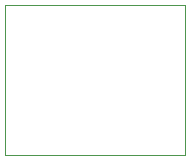
<source format=gbr>
G04 (created by PCBNEW (2013-jul-07)-stable) date Tue 11 Feb 2014 01:04:26 AM EST*
%MOIN*%
G04 Gerber Fmt 3.4, Leading zero omitted, Abs format*
%FSLAX34Y34*%
G01*
G70*
G90*
G04 APERTURE LIST*
%ADD10C,0.00590551*%
%ADD11C,0.00393701*%
G04 APERTURE END LIST*
G54D10*
G54D11*
X134500Y-78500D02*
X134500Y-83500D01*
X140500Y-78500D02*
X134500Y-78500D01*
X140500Y-83500D02*
X140500Y-78500D01*
X134500Y-83500D02*
X140500Y-83500D01*
M02*

</source>
